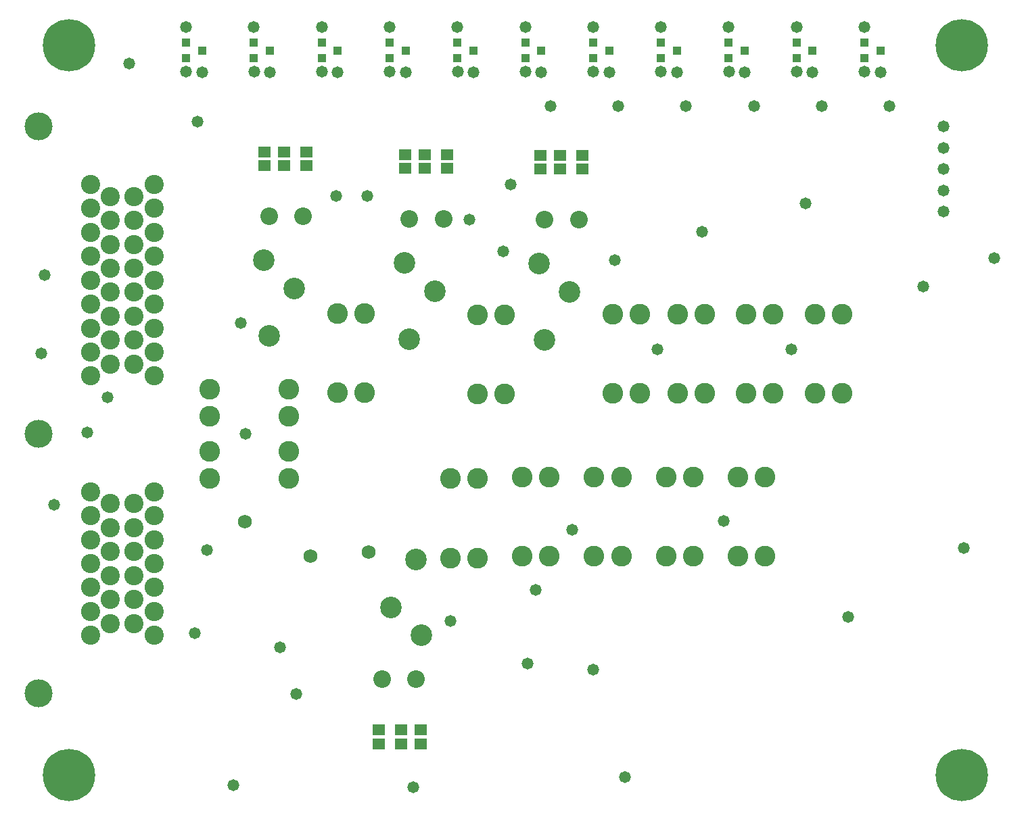
<source format=gbr>
%TF.GenerationSoftware,Altium Limited,Altium Designer,19.0.10 (269)*%
G04 Layer_Color=16711935*
%FSLAX26Y26*%
%MOIN*%
%TF.FileFunction,Soldermask,Bot*%
%TF.Part,Single*%
G01*
G75*
%TA.AperFunction,SMDPad,CuDef*%
%ADD37R,0.061150X0.053276*%
%ADD38R,0.043433X0.039496*%
%TA.AperFunction,ComponentPad*%
%ADD39C,0.102488*%
%ADD40C,0.094614*%
%ADD41C,0.137921*%
%TA.AperFunction,ViaPad*%
%ADD42C,0.068000*%
%ADD43C,0.258000*%
%TA.AperFunction,ComponentPad*%
%ADD44C,0.106425*%
%ADD45C,0.086740*%
%TA.AperFunction,ViaPad*%
%ADD46C,0.058000*%
D37*
X1826929Y455102D02*
D03*
Y524000D02*
D03*
X1936929Y455102D02*
D03*
Y524000D02*
D03*
X2033584D02*
D03*
Y455102D02*
D03*
X1264345Y3307000D02*
D03*
Y3375898D02*
D03*
X1361000D02*
D03*
Y3307000D02*
D03*
X1471000Y3375898D02*
D03*
Y3307000D02*
D03*
X1957346Y3293001D02*
D03*
Y3361898D02*
D03*
X2054000D02*
D03*
Y3293001D02*
D03*
X2164000Y3361898D02*
D03*
Y3293001D02*
D03*
X2623001Y3290063D02*
D03*
Y3358961D02*
D03*
X2719655D02*
D03*
Y3290063D02*
D03*
X2829655Y3358961D02*
D03*
Y3290063D02*
D03*
D38*
X1291063Y3875725D02*
D03*
X1212323Y3913127D02*
D03*
Y3838324D02*
D03*
X956772Y3875725D02*
D03*
X878032Y3913127D02*
D03*
Y3838324D02*
D03*
X1625353Y3875725D02*
D03*
X1546613Y3913127D02*
D03*
Y3838324D02*
D03*
X3296806Y3875725D02*
D03*
X3218066Y3913127D02*
D03*
Y3838324D02*
D03*
X2962516Y3875725D02*
D03*
X2883776Y3913127D02*
D03*
Y3838324D02*
D03*
X2628225Y3875725D02*
D03*
X2549485Y3913127D02*
D03*
Y3838324D02*
D03*
X2293935Y3875725D02*
D03*
X2215194Y3913127D02*
D03*
Y3838324D02*
D03*
X1959644Y3875725D02*
D03*
X1880904Y3913127D02*
D03*
Y3838324D02*
D03*
X4299678Y3875725D02*
D03*
X4220938Y3913127D02*
D03*
Y3838324D02*
D03*
X3965388Y3875725D02*
D03*
X3886647Y3913127D02*
D03*
Y3838324D02*
D03*
X3631097Y3875725D02*
D03*
X3552357Y3913127D02*
D03*
Y3838324D02*
D03*
D39*
X1385551Y1765000D02*
D03*
X995000D02*
D03*
X1385551Y1898858D02*
D03*
X995000D02*
D03*
Y2203780D02*
D03*
X1385551D02*
D03*
X995000Y2069921D02*
D03*
X1385551D02*
D03*
X1624843Y2186206D02*
D03*
Y2576757D02*
D03*
X1758701Y2186206D02*
D03*
Y2576757D02*
D03*
X2313490Y2181724D02*
D03*
Y2572276D02*
D03*
X2447348Y2181724D02*
D03*
Y2572276D02*
D03*
X2979165Y2183724D02*
D03*
Y2574276D02*
D03*
X3113023Y2183724D02*
D03*
Y2574276D02*
D03*
X3299361Y2184449D02*
D03*
Y2575000D02*
D03*
X3433220Y2184449D02*
D03*
Y2575000D02*
D03*
X3638246Y2184724D02*
D03*
Y2575276D02*
D03*
X3772104Y2184724D02*
D03*
Y2575276D02*
D03*
X3978379Y2184898D02*
D03*
Y2575450D02*
D03*
X4112237Y2184898D02*
D03*
Y2575450D02*
D03*
X3731237Y1771450D02*
D03*
Y1380898D02*
D03*
X3597378Y1771450D02*
D03*
Y1380898D02*
D03*
X3376886Y1771000D02*
D03*
Y1380449D02*
D03*
X3243028Y1771000D02*
D03*
Y1380449D02*
D03*
X3022570Y1771450D02*
D03*
Y1380898D02*
D03*
X2888712Y1771450D02*
D03*
Y1380898D02*
D03*
X2667701Y1771757D02*
D03*
Y1381206D02*
D03*
X2533843Y1771757D02*
D03*
Y1381206D02*
D03*
X2313314Y1763253D02*
D03*
Y1372702D02*
D03*
X2179456Y1763253D02*
D03*
Y1372702D02*
D03*
D40*
X720866Y2269685D02*
D03*
Y2387795D02*
D03*
Y2505905D02*
D03*
Y2624016D02*
D03*
Y2742126D02*
D03*
Y2860236D02*
D03*
Y2978347D02*
D03*
Y3096457D02*
D03*
Y3214567D02*
D03*
X622441Y2328740D02*
D03*
Y2446850D02*
D03*
Y2564961D02*
D03*
Y2683071D02*
D03*
Y2801181D02*
D03*
Y2919291D02*
D03*
Y3037402D02*
D03*
Y3155512D02*
D03*
X504331Y2328740D02*
D03*
Y2446850D02*
D03*
Y2564961D02*
D03*
Y2683071D02*
D03*
Y2801181D02*
D03*
Y2919291D02*
D03*
Y3037402D02*
D03*
Y3155512D02*
D03*
X405906Y2269685D02*
D03*
Y2387795D02*
D03*
Y2505905D02*
D03*
Y2624016D02*
D03*
Y2742126D02*
D03*
Y2860236D02*
D03*
Y2978347D02*
D03*
Y3096457D02*
D03*
Y3214567D02*
D03*
Y1698819D02*
D03*
Y1580709D02*
D03*
Y1462599D02*
D03*
Y1344488D02*
D03*
Y1226378D02*
D03*
Y1108268D02*
D03*
Y990158D02*
D03*
X504331Y1639764D02*
D03*
Y1521654D02*
D03*
Y1403543D02*
D03*
Y1285433D02*
D03*
Y1167323D02*
D03*
Y1049213D02*
D03*
X622441Y1639764D02*
D03*
Y1521654D02*
D03*
Y1403543D02*
D03*
Y1285433D02*
D03*
Y1167323D02*
D03*
Y1049213D02*
D03*
X720866Y1698819D02*
D03*
Y1580709D02*
D03*
Y1462599D02*
D03*
Y1344488D02*
D03*
Y1226378D02*
D03*
Y1108268D02*
D03*
Y990158D02*
D03*
D41*
X150000Y704724D02*
D03*
Y1984252D02*
D03*
Y3500000D02*
D03*
D42*
X1166000Y1552000D02*
D03*
X1777000Y1401000D02*
D03*
X1490000Y1380000D02*
D03*
D43*
X4700000Y300000D02*
D03*
Y3900000D02*
D03*
X300000D02*
D03*
Y300000D02*
D03*
D44*
X2644656Y2449512D02*
D03*
X2619065Y2823528D02*
D03*
X2768671Y2685732D02*
D03*
X1979001Y2452449D02*
D03*
X1953410Y2826465D02*
D03*
X2103016Y2688670D02*
D03*
X1286000Y2466449D02*
D03*
X1260410Y2840465D02*
D03*
X1410016Y2702669D02*
D03*
X2011929Y1364551D02*
D03*
X2037520Y990535D02*
D03*
X1887913Y1128331D02*
D03*
D45*
X2813947Y3040063D02*
D03*
X2644656D02*
D03*
X2148292Y3043001D02*
D03*
X1979001D02*
D03*
X1455292Y3057000D02*
D03*
X1286000D02*
D03*
X1842638Y774000D02*
D03*
X2011929D02*
D03*
D46*
X934000Y3524000D02*
D03*
X3528000Y1553000D02*
D03*
X1771000Y3157000D02*
D03*
X2272663Y3040000D02*
D03*
X1616000Y3157000D02*
D03*
X2476217Y3214567D02*
D03*
X164695Y2380000D02*
D03*
X180000Y2769010D02*
D03*
X4344456Y3600000D02*
D03*
X3342396D02*
D03*
X597000Y3810000D02*
D03*
X4860000Y2850000D02*
D03*
X227000Y1634278D02*
D03*
X490000Y2162952D02*
D03*
X390000Y1990000D02*
D03*
X3860000Y2400000D02*
D03*
X3202201D02*
D03*
X2780726Y1510000D02*
D03*
X4710000Y1420000D02*
D03*
X4510000Y2710000D02*
D03*
X3930000Y3120000D02*
D03*
X3420000Y2980000D02*
D03*
X2990000Y2840465D02*
D03*
X2440000Y2884821D02*
D03*
X1170000Y1984252D02*
D03*
X1146000Y2530000D02*
D03*
X980000Y1410000D02*
D03*
X920000Y1000000D02*
D03*
X1340000Y930000D02*
D03*
X2180000Y1060000D02*
D03*
X1420000Y700000D02*
D03*
X2601000Y1215000D02*
D03*
X2560000Y850000D02*
D03*
X2883776Y820000D02*
D03*
X4140000Y1080000D02*
D03*
X3040000Y290000D02*
D03*
X1995969Y240000D02*
D03*
X1110000Y250000D02*
D03*
X3965388Y3768482D02*
D03*
X1959644D02*
D03*
X1625353D02*
D03*
X1881888Y3770726D02*
D03*
X4610000Y3080000D02*
D03*
Y3185000D02*
D03*
Y3290000D02*
D03*
Y3395000D02*
D03*
Y3500000D02*
D03*
X4010977Y3600000D02*
D03*
X3676686D02*
D03*
X3296806Y3768482D02*
D03*
X3008105Y3600000D02*
D03*
X2673814D02*
D03*
X1291063Y3768482D02*
D03*
X1212323Y3989740D02*
D03*
X1213307Y3770726D02*
D03*
X1546613Y3989740D02*
D03*
X1547597Y3770726D02*
D03*
X3631097Y3768482D02*
D03*
X3552357Y3989740D02*
D03*
X3553341Y3770726D02*
D03*
X3886647Y3989740D02*
D03*
X3887632Y3770726D02*
D03*
X4299678Y3768482D02*
D03*
X4220938Y3989740D02*
D03*
X4221922Y3770726D02*
D03*
X1880904Y3989740D02*
D03*
X2293935Y3768482D02*
D03*
X2215194Y3989740D02*
D03*
X2216179Y3770726D02*
D03*
X2628225Y3768482D02*
D03*
X2549485Y3989740D02*
D03*
X2550469Y3770726D02*
D03*
X2962516Y3768482D02*
D03*
X2883776Y3989740D02*
D03*
X2884760Y3770726D02*
D03*
X3218066Y3989740D02*
D03*
X3219050Y3770726D02*
D03*
X956772Y3768482D02*
D03*
X878032Y3989740D02*
D03*
X879016Y3770726D02*
D03*
%TF.MD5,de48aaccc12e6dcc42b7e201190565a8*%
M02*

</source>
